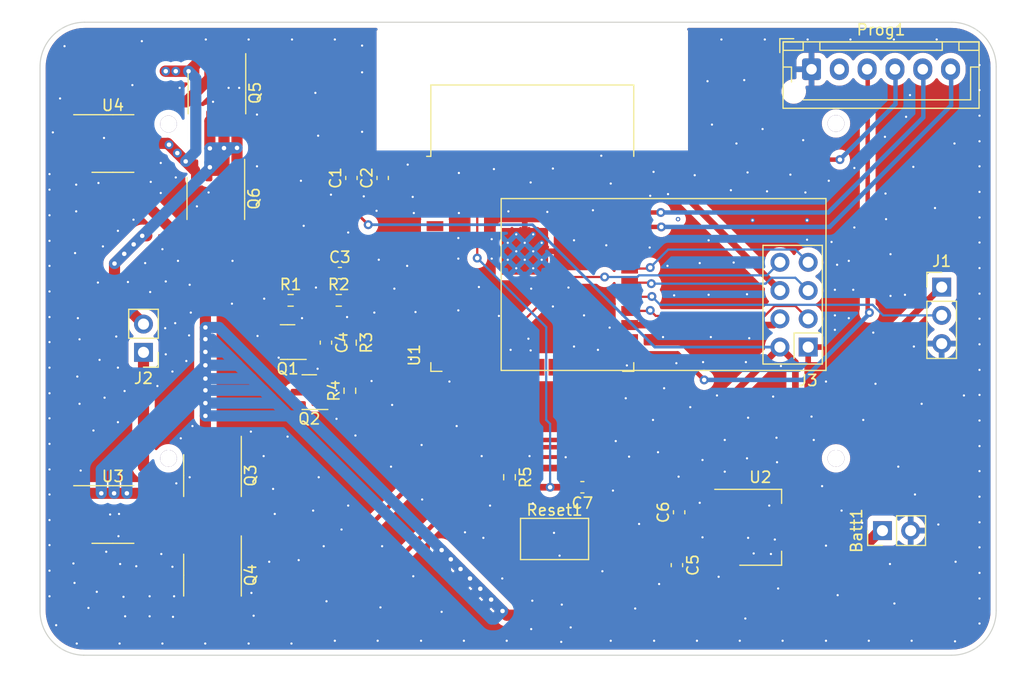
<source format=kicad_pcb>
(kicad_pcb (version 20211014) (generator pcbnew)
  (layers (0 "F.Cu" signal) (31 "B.Cu" signal) (34 "B.Paste" user) (35 "F.Paste" user) (36 "B.SilkS" user "B.Silkscreen") (37 "F.SilkS" user "F.Silkscreen") (38 "B.Mask" user) (39 "F.Mask" user) (44 "Edge.Cuts" user))
  (net 0 "")
  (net 1 "+BATT")
  (net 2 "GND")
  (net 3 "+3V3")
  (net 4 "/GPIO_34_mesure_VBus")
  (net 5 "VBUS")
  (net 6 "Net-(C4-Pad2)")
  (net 7 "/RST")
  (net 8 "/GPIO_5_direction")
  (net 9 "Net-(J2-Pad1)")
  (net 10 "Net-(J2-Pad2)")
  (net 11 "/CE")
  (net 12 "/CSN")
  (net 13 "/SCK")
  (net 14 "/MOSI")
  (net 15 "/MISO")
  (net 16 "/IRQ")
  (net 17 "/GPIO_0_boot_0")
  (net 18 "/Tx0_GPIO_1")
  (net 19 "/Rx0_GPIO_3")
  (net 20 "Net-(Q1-Pad3)")
  (net 21 "Net-(Q3-Pad1)")
  (net 22 "Net-(Q3-Pad4)")
  (net 24 "Net-(Q3-Pad6)")
  (net 25 "Net-(Q5-Pad1)")
  (net 26 "Net-(Q5-Pad4)")
  (net 32 "/GPIO_33_commande_mesure_batterie")
  (net 38 "SHD_SD2")
  (net 39 "SWP_SD3")
  (net 40 "SCS_CMD")
  (net 41 "SCK_CLK")
  (net 42 "SDO")
  (net 43 "SDI_SD1")
  (net 45 "/GPIO_2_mot1")
  (net 46 "/GPIO4_mot_2")
  (footprint "Resistor_SMD:R_0603_1608Metric" (layer "F.Cu") (at 95.9 71.375 90)
    (fp_text reference "R4")
    (fp_text value "1k")
  )
  (footprint "Button_Switch_SMD:SW_SPST_CK_RS282G05A3" (layer "F.Cu") (at 114.3 84.7)
    (fp_text reference "Reset1")
    (fp_text value "SW_Push")
  )
  (footprint "Package_TO_SOT_SMD:SOT-223-3_TabPin2" (layer "F.Cu") (at 132.8 83.65)
    (fp_text reference "U2")
    (fp_text value "AMS1117")
  )
  (footprint "Resistor_SMD:R_0603_1608Metric" (layer "F.Cu") (at 94.9 63.25)
    (fp_text reference "R2")
    (fp_text value "5.1k")
  )
  (footprint "RF_Module:ESP32-WROOM-32" (layer "F.Cu") (at 112.3 59.75)
    (fp_text reference "U1")
    (fp_text value "ESP32-WROOM-32")
  )
  (footprint "Package_SO:SOP-8_3.76x4.96mm_P1.27mm" (layer "F.Cu") (at 74.6 82.5)
    (fp_text reference "U3")
    (fp_text value "MCP1407-E/SN")
  )
  (footprint "Capacitor_SMD:C_0603_1608Metric" (layer "F.Cu") (at 98.85 52.25 90)
    (fp_text reference "C2")
    (fp_text value "22µf")
  )
  (footprint "Connector_JST:JST_XH_B6B-XH-AM_1x06_P2.50mm_Vertical" (layer "F.Cu") (at 137.4 42.475)
    (fp_text reference "Prog1")
    (fp_text value "Prog")
  )
  (footprint "Package_SO:SOP-8_3.76x4.96mm_P1.27mm" (layer "F.Cu") (at 83.55 79 -90)
    (fp_text reference "Q3")
    (fp_text value "FDS6681Z")
  )
  (footprint "Capacitor_SMD:C_0603_1608Metric" (layer "F.Cu") (at 95 60.8)
    (fp_text reference "C3")
    (fp_text value "0.1µf")
  )
  (footprint "Connector_PinHeader_2.54mm:PinHeader_1x02_P2.54mm_Vertical" (layer "F.Cu") (at 77.35 67.925 180)
    (fp_text reference "J2")
    (fp_text value "Moteur")
  )
  (footprint "Resistor_SMD:R_0603_1608Metric" (layer "F.Cu") (at 90.575 63.25)
    (fp_text reference "R1")
    (fp_text value "20k")
  )
  (footprint "Package_TO_SOT_SMD:SOT-23" (layer "F.Cu") (at 90.3 67 180)
    (fp_text reference "Q1")
    (fp_text value "Q_PMOS_GSD")
  )
  (footprint "Connector_PinHeader_2.54mm:PinHeader_1x03_P2.54mm_Vertical" (layer "F.Cu") (at 149.1 62.06)
    (fp_text reference "J1")
    (fp_text value "Servomoteur")
  )
  (footprint "Package_SO:SOP-8_3.76x4.96mm_P1.27mm" (layer "F.Cu") (at 74.6 49.15)
    (fp_text reference "U4")
    (fp_text value "MCP1407-E/SN")
  )
  (footprint "Package_SO:SOP-8_3.76x4.96mm_P1.27mm" (layer "F.Cu") (at 83.55 87.95 -90)
    (fp_text reference "Q4")
    (fp_text value "FDS6681Z")
  )
  (footprint "Capacitor_SMD:C_0603_1608Metric" (layer "F.Cu") (at 96.04 52.25 90)
    (fp_text reference "C1")
    (fp_text value "0.1µf")
  )
  (footprint "Connector_PinHeader_2.54mm:PinHeader_1x02_P2.54mm_Vertical" (layer "F.Cu") (at 143.775 83.95 90)
    (fp_text reference "Batt1")
    (fp_text value "Conn_01x02")
  )
  (footprint "Capacitor_SMD:C_0603_1608Metric" (layer "F.Cu") (at 125.3 87.05 -90)
    (fp_text reference "C5")
    (fp_text value "C")
  )
  (footprint "Package_SO:SOP-8_3.76x4.96mm_P1.27mm" (layer "F.Cu") (at 83.85 54.1 -90)
    (fp_text reference "Q6")
    (fp_text value "FDS6681Z")
  )
  (footprint "Capacitor_SMD:C_0603_1608Metric" (layer "F.Cu") (at 116.8 80.05 180)
    (fp_text reference "C7")
    (fp_text value "0.1µf")
  )
  (footprint "Capacitor_SMD:C_0603_1608Metric" (layer "F.Cu") (at 125.5 82.3 90)
    (fp_text reference "C6")
    (fp_text value "C")
  )
  (footprint "Resistor_SMD:R_0603_1608Metric" (layer "F.Cu") (at 110.25 79.15 -90)
    (fp_text reference "R5")
    (fp_text value "10k")
  )
  (footprint "Package_SO:SOP-8_3.76x4.96mm_P1.27mm" (layer "F.Cu") (at 83.95 44.6 -90)
    (fp_text reference "Q5")
    (fp_text value "FDS6681Z")
  )
  (footprint "Capacitor_SMD:C_0603_1608Metric" (layer "F.Cu") (at 93.75 67.05 -90)
    (fp_text reference "C4")
    (fp_text value "1nF")
  )
  (footprint "Resistor_SMD:R_0603_1608Metric" (layer "F.Cu") (at 95.95 67.05 -90)
    (fp_text reference "R3")
    (fp_text value "1k")
  )
  (footprint "RF_Module:nRF24L01_Breakout" (layer "F.Cu") (at 137.1 67.45 180)
    (fp_text reference "J3")
    (fp_text value "NRF24L01")
  )
  (footprint "Package_TO_SOT_SMD:SOT-23" (layer "F.Cu") (at 92.25 71.5 180)
    (fp_text reference "Q2")
    (fp_text value "Q_NPN_BEC")
  )
  (gr_line (start 72.05 38.25) (end 150 38.25) (layer "Edge.Cuts") (width 0.1))
  (gr_arc (start 68.05 42.25) (mid 69.221573 39.421573) (end 72.05 38.25) (layer "Edge.Cuts") (width 0.1))
  (gr_line (start 68.049688 91.15) (end 68.05 42.25) (layer "Edge.Cuts") (width 0.1))
  (gr_arc (start 150 38.25) (mid 152.828427 39.421573) (end 154 42.25) (layer "Edge.Cuts") (width 0.1))
  (gr_line (start 154 42.25) (end 154 91.15) (layer "Edge.Cuts") (width 0.1))
  (gr_arc (start 72 95.15) (mid 69.203729 93.960915) (end 68.049688 91.15) (layer "Edge.Cuts") (width 0.1))
  (gr_arc (start 154 91.15) (mid 152.828427 93.978427) (end 150 95.15) (layer "Edge.Cuts") (width 0.1))
  (gr_line (start 150 95.15) (end 71.95 95.15) (layer "Edge.Cuts") (width 0.1))
  (via (at 139.6 47.35) (size 1.5) (drill 1.5) (layers "F.Cu" "B.Cu") (net 0))
  (via (at 79.6 47.4) (size 1.5) (drill 1.5) (layers "F.Cu" "B.Cu") (net 0))
  (via (at 139.6 77.45) (size 1.5) (drill 1.5) (layers "F.Cu" "B.Cu") (net 0))
  (via (at 125.4 55.95) (size 0.4) (drill 0.2) (layers "F.Cu" "B.Cu") (net 0))
  (via (at 79.6 77.45) (size 1.5) (drill 1.5) (layers "F.Cu" "B.Cu") (net 0))
  (segment (start 143.775 83.95) (end 143.55 83.95) (width 1) (layer "F.Cu") (net 1))
  (segment (start 105.85 87.4) (end 104.975 86.525) (width 1) (layer "F.Cu") (net 1))
  (segment (start 125.3 86.275) (end 129.325 86.275) (width 0.6) (layer "F.Cu") (net 1))
  (segment (start 74.705 80.595) (end 73.555 80.595) (width 1) (layer "F.Cu") (net 1))
  (segment (start 82.915 69.085) (end 82.915 67.885) (width 1) (layer "F.Cu") (net 1))
  (segment (start 73.555 80.595) (end 72.0625 80.595) (width 1) (layer "F.Cu") (net 1))
  (segment (start 129.65 85.95) (end 123.25 85.95) (width 1) (layer "F.Cu") (net 1))
  (segment (start 143.55 83.95) (end 140.2 87.3) (width 1) (layer "F.Cu") (net 1))
  (segment (start 81.2 45.4) (end 78 45.4) (width 1) (layer "F.Cu") (net 1))
  (segment (start 123.25 85.95) (end 117.65 91.55) (width 1) (layer "F.Cu") (net 1))
  (segment (start 75.055 52.079759) (end 75.055 47.195) (width 1) (layer "F.Cu") (net 1))
  (segment (start 110 91.55) (end 109.625 91.175) (width 1) (layer "F.Cu") (net 1))
  (segment (start 104.975 86.525) (end 104.15 85.7) (width 1) (layer "F.Cu") (net 1))
  (segment (start 109.625 91.175) (end 108.6 90.15) (width 1) (layer "F.Cu") (net 1))
  (segment (start 117.65 91.55) (end 110 91.55) (width 1) (layer "F.Cu") (net 1))
  (segment (start 83.315 43.285) (end 81.2 45.4) (width 1) (layer "F.Cu") (net 1))
  (segment (start 82.915 73.635) (end 82.915 72.485) (width 1) (layer "F.Cu") (net 1))
  (segment (start 75.055 47.195) (end 72.8125 47.195) (width 1) (layer "F.Cu") (net 1))
  (segment (start 77.1375 80.595) (end 75.855 80.595) (width 1) (layer "F.Cu") (net 1))
  (segment (start 140.2 87.3) (end 131 87.3) (width 1) (layer "F.Cu") (net 1))
  (segment (start 82.915 76.4625) (end 82.915 73.635) (width 1) (layer "F.Cu") (net 1))
  (segment (start 108.6 90.15) (end 107.625 89.175) (width 1) (layer "F.Cu") (net 1))
  (segment (start 82.915 71.335) (end 82.915 70.285) (width 1) (layer "F.Cu") (net 1))
  (segment (start 83.315 42.0625) (end 83.315 43.285) (width 1) (layer "F.Cu") (net 1))
  (segment (start 107.625 89.175) (end 106.7 88.25) (width 1) (layer "F.Cu") (net 1))
  (segment (start 106.7 88.25) (end 105.85 87.4) (width 1) (layer "F.Cu") (net 1))
  (segment (start 76.205 47.195) (end 77.0875 47.195) (width 1) (layer "F.Cu") (net 1))
  (segment (start 129.325 86.275) (end 129.65 85.95) (width 0.6) (layer "F.Cu") (net 1))
  (segment (start 75.055 47.195) (end 76.205 47.195) (width 1) (layer "F.Cu") (net 1))
  (segment (start 77.0875 47.195) (end 77.1375 47.245) (width 1) (layer "F.Cu") (net 1))
  (segment (start 82.915 65.685) (end 82.915 59.939759) (width 1) (layer "F.Cu") (net 1))
  (segment (start 104.15 85.7) (end 104.1 85.65) (width 1) (layer "F.Cu") (net 1))
  (segment (start 82.915 67.885) (end 82.915 66.735) (width 1) (layer "F.Cu") (net 1))
  (segment (start 82.915 66.735) (end 82.915 65.685) (width 1) (layer "F.Cu") (net 1))
  (segment (start 75.855 80.595) (end 74.705 80.595) (width 1) (layer "F.Cu") (net 1))
  (segment (start 131 87.3) (end 129.65 85.95) (width 1) (layer "F.Cu") (net 1))
  (segment (start 78 45.4) (end 76.205 47.195) (width 1) (layer "F.Cu") (net 1))
  (segment (start 82.915 59.939759) (end 75.055 52.079759) (width 1) (layer "F.Cu") (net 1))
  (segment (start 82.915 70.285) (end 82.915 69.085) (width 1) (layer "F.Cu") (net 1))
  (segment (start 82.915 72.485) (end 82.915 71.335) (width 1) (layer "F.Cu") (net 1))
  (via (at 82.915 65.685) (size 0.8) (drill 0.4) (layers "F.Cu" "B.Cu") (net 1))
  (via (at 82.915 72.485) (size 0.8) (drill 0.4) (layers "F.Cu" "B.Cu") (net 1))
  (via (at 104.975 86.525) (size 0.8) (drill 0.4) (layers "F.Cu" "B.Cu") (net 1))
  (via (at 107.625 89.175) (size 0.8) (drill 0.4) (layers "F.Cu" "B.Cu") (net 1))
  (via (at 108.6 90.15) (size 0.8) (drill 0.4) (layers "F.Cu" "B.Cu") (net 1))
  (via (at 109.625 91.175) (size 0.8) (drill 0.4) (layers "F.Cu" "B.Cu") (net 1))
  (via (at 75.855 80.595) (size 0.8) (drill 0.4) (layers "F.Cu" "B.Cu") (net 1))
  (via (at 82.915 71.335) (size 0.8) (drill 0.4) (layers "F.Cu" "B.Cu") (net 1))
  (via (at 82.915 67.885) (size 0.8) (drill 0.4) (layers "F.Cu" "B.Cu") (net 1))
  (via (at 82.915 66.735) (size 0.8) (drill 0.4) (layers "F.Cu" "B.Cu") (net 1))
  (via (at 104.15 85.7) (size 0.8) (drill 0.4) (layers "F.Cu" "B.Cu") (net 1))
  (via (at 105.85 87.4) (size 0.8) (drill 0.4) (layers "F.Cu" "B.Cu") (net 1))
  (via (at 74.705 80.595) (size 0.8) (drill 0.4) (layers "F.Cu" "B.Cu") (net 1))
  (via (at 82.915 73.635) (size 0.8) (drill 0.4) (layers "F.Cu" "B.Cu") (net 1))
  (via (at 82.915 69.085) (size 0.8) (drill 0.4) (layers "F.Cu" "B.Cu") (net 1))
  (via (at 106.7 88.25) (size 0.8) (drill 0.4) (layers "F.Cu" "B.Cu") (net 1))
  (via (at 82.915 70.285) (size 0.8) (drill 0.4) (layers "F.Cu" "B.Cu") (net 1))
  (via (at 73.555 80.595) (size 0.8) (drill 0.4) (layers "F.Cu" "B.Cu") (net 1))
  (segment (start 84.135 65.685) (end 97.1 78.65) (width 1) (layer "B.Cu") (net 1))
  (segment (start 107.725 90.975) (end 108.65 91.9) (width 1) (layer "B.Cu") (net 1))
  (segment (start 104.975 86.525) (end 104.5 87) (width 1) (layer "B.Cu") (net 1))
  (segment (start 73.555 80.595) (end 73.555 78.445) (width 1) (layer "B.Cu") (net 1))
  (segment (start 104.5 87) (end 104.5 87.75) (width 1) (layer "B.Cu") (net 1))
  (segment (start 82.915 71.335) (end 88.085 71.335) (width 1) (layer "B.Cu") (net 1))
  (segment (start 73.555 78.445) (end 82.915 69.085) (width 1) (layer "B.Cu") (net 1))
  (segment (start 74.705 80.595) (end 74.705 78.495) (width 1) (layer "B.Cu") (net 1))
  (segment (start 84.635 67.885) (end 85.8 69.05) (width 1) (layer "B.Cu") (net 1))
  (segment (start 75.855 80.595) (end 75.855 78.395) (width 1) (layer "B.Cu") (net 1))
  (segment (start 82.915 72.485) (end 89.235 72.485) (width 1) (layer "B.Cu") (net 1))
  (segment (start 108.6 90.15) (end 107.775 90.975) (width 1) (layer "B.Cu") (net 1))
  (segment (start 103.85 86) (end 103.85 87.1) (width 1) (layer "B.Cu") (net 1))
  (segment (start 106.9 90.15) (end 107.725 90.975) (width 1) (layer "B.Cu") (net 1))
  (segment (start 87.075 70.325) (end 88.825 72.075) (width 1) (layer "B.Cu") (net 1))
  (segment (start 106.9 89.9) (end 106.9 90.15) (width 1) (layer "B.Cu") (net 1))
  (segment (start 88.085 71.335) (end 88.825 72.075) (width 1) (layer "B.Cu") (net 1))
  (segment (start 107.625 89.175) (end 106.9 89.9) (width 1) (layer "B.Cu") (net 1))
  (segment (start 97.1 78.65) (end 92.085 73.635) (width 1) (layer "B.Cu") (net 1))
  (segment (start 82.915 65.685) (end 82.915 73.635) (width 1) (layer "B.Cu") (net 1))
  (segment (start 105.875 89.125) (end 106.9 90.15) (width 1) (layer "B.Cu") (net 1))
  (segment (start 89.235 72.485) (end 90 73.25) (width 1) (layer "B.Cu") (net 1))
  (segment (start 103.85 87.1) (end 104.5 87.75) (width 1) (layer "B.Cu") (net 1))
  (segment (start 85.8 69.05) (end 87.075 70.325) (width 1) (layer "B.Cu") (net 1))
  (segment (start 82.915 67.885) (end 84.635 67.885) (width 1) (layer "B.Cu") (net 1))
  (segment (start 106.7 88.25) (end 105.875 89.075) (width 1) (layer "B.Cu") (net 1))
  (segment (start 82.915 65.685) (end 84.135 65.685) (width 1) (layer "B.Cu") (net 1))
  (segment (start 82.915 69.085) (end 85.765 69.085) (width 1) (layer "B.Cu") (net 1))
  (segment (start 105.85 87.4) (end 105.85 87.75) (width 1) (layer "B.Cu") (net 1))
  (segment (start 82.915 66.735) (end 83.485 66.735) (width 1) (layer "B.Cu") (net 1))
  (segment (start 109.625 91.175) (end 97.1 78.65) (width 1) (layer "B.Cu") (net 1))
  (segment (start 88.825 72.075) (end 90 73.25) (width 1) (layer "B.Cu") (net 1))
  (segment (start 82.915 70.285) (end 87.035 70.285) (width 1) (layer "B.Cu") (net 1))
  (segment (start 105.85 87.75) (end 105.175 88.425) (width 1) (layer "B.Cu") (net 1))
  (segment (start 107.775 90.975) (end 107.725 90.975) (width 1) (layer "B.Cu") (net 1))
  (segment (start 83.485 66.735) (end 85.8 69.05) (width 1) (layer "B.Cu") (net 1))
  (segment (start 87.035 70.285) (end 87.075 70.325) (width 1) (layer "B.Cu") (net 1))
  (segment (start 85.765 69.085) (end 85.8 69.05) (width 1) (layer "B.Cu") (net 1))
  (segment (start 74.705 78.495) (end 82.915 70.285) (width 1) (layer "B.Cu") (net 1))
  (segment (start 108.9 91.9) (end 109.625 91.175) (width 1) (layer "B.Cu") (net 1))
  (segment (start 82.915 72.485) (end 82.815 72.485) (width 1) (layer "B.Cu") (net 1))
  (segment (start 104.15 85.7) (end 103.85 86) (width 1) (layer "B.Cu") (net 1))
  (segment (start 90 73.25) (end 103.85 87.1) (width 1) (layer "B.Cu") (net 1))
  (segment (start 108.65 91.9) (end 108.9 91.9) (width 1) (layer "B.Cu") (net 1))
  (segment (start 105.175 88.425) (end 105.875 89.125) (width 1) (layer "B.Cu") (net 1))
  (segment (start 104.5 87.75) (end 105.175 88.425) (width 1) (layer "B.Cu") (net 1))
  (segment (start 105.875 89.075) (end 105.875 89.125) (width 1) (layer "B.Cu") (net 1))
  (segment (start 75.855 78.395) (end 82.915 71.335) (width 1) (layer "B.Cu") (net 1))
  (segment (start 92.085 73.635) (end 82.915 73.635) (width 1) (layer "B.Cu") (net 1))
  (segment (start 96.04 51.475) (end 96.065 51.5) (width 0.25) (layer "F.Cu") (net 2))
  (segment (start 96.065 51.5) (end 103.55 51.5) (width 0.25) (layer "F.Cu") (net 2))
  (via (at 131.5 68.8) (size 0.4) (drill 0.2) (layers "F.Cu" "B.Cu") (net 2))
  (via (at 85.95 44.15) (size 0.4) (drill 0.2) (layers "F.Cu" "B.Cu") (net 2))
  (via (at 111.95 66.7) (size 0.4) (drill 0.2) (layers "F.Cu" "B.Cu") (net 2))
  (via (at 130.4 59.85) (size 0.4) (drill 0.2) (layers "F.Cu" "B.Cu") (net 2))
  (via (at 98.5 59.6) (size 0.4) (drill 0.2) (layers "F.Cu" "B.Cu") (net 2))
  (via (at 75.05 69.3) (size 0.4) (drill 0.2) (layers "F.Cu" "B.Cu") (net 2))
  (via (at 87 75.05) (size 0.4) (drill 0.2) (layers "F.Cu" "B.Cu") (net 2))
  (via (at 152.5 90.05) (size 0.4) (drill 0.2) (layers "F.Cu" "B.Cu") (net 2))
  (via (at 87.55 51.2) (size 0.4) (drill 0.2) (layers "F.Cu" "B.Cu") (net 2))
  (via (at 110.35 67.7) (size 0.4) (drill 0.2) (layers "F.Cu" "B.Cu") (net 2))
  (via (at 79.95 87.2) (size 0.4) (drill 0.2) (layers "F.Cu" "B.Cu") (net 2))
  (via (at 73.4 68.6) (size 0.4) (drill 0.2) (layers "F.Cu" "B.Cu") (net 2))
  (via (at 105.65 64.15) (size 0.4) (drill 0.2) (layers "F.Cu" "B.Cu") (net 2))
  (via (at 123.2 51.7) (size 0.4) (drill 0.2) (layers "F.Cu" "B.Cu") (net 2))
  (via (at 97 40.35) (size 0.4) (drill 0.2) (layers "F.Cu" "B.Cu") (net 2))
  (via (at 117.75 55.15) (size 0.4) (drill 0.2) (layers "F.Cu" "B.Cu") (net 2))
  (via (at 79.35 61.55) (size 0.4) (drill 0.2) (layers "F.Cu" "B.Cu") (net 2))
  (via (at 90.65 94.1) (size 0.4) (drill 0.2) (layers "F.Cu" "B.Cu") (net 2))
  (via (at 114.15 51.4) (size 0.4) (drill 0.2) (layers "F.Cu" "B.Cu") (net 2))
  (via (at 146.6 67.4) (size 0.4) (drill 0.2) (layers "F.Cu" "B.Cu") (net 2))
  (via (at 101.55 53.95) (size 0.4) (drill 0.2) (layers "F.Cu" "B.Cu") (net 2))
  (via (at 137.4 73.7) (size 0.4) (drill 0.2) (layers "F.Cu" "B.Cu") (net 2))
  (via (at 72.85 74.95) (size 0.4) (drill 0.2) (layers "F.Cu" "B.Cu") (net 2))
  (via (at 118.95 58.3) (size 0.4) (drill 0.2) (layers "F.Cu" "B.Cu") (net 2))
  (via (at 96.4 75.4) (size 0.4) (drill 0.2) (layers "F.Cu" "B.Cu") (net 2))
  (via (at 138.7 93.85) (size 0.4) (drill 0.2) (layers "F.Cu" "B.Cu") (net 2))
  (via (at 93.55 85.35) (size 0.4) (drill 0.2) (layers "F.Cu" "B.Cu") (net 2))
  (via (at 71.2 59) (size 0.4) (drill 0.2) (layers "F.Cu" "B.Cu") (net 2))
  (via (at 139.5 64.6) (size 0.4) (drill 0.2) (layers "F.Cu" "B.Cu") (net 2))
  (via (at 98.8 85.35) (size 0.4) (drill 0.2) (layers "F.Cu" "B.Cu") (net 2))
  (via (at 75.05 74.2) (size 0.4) (drill 0.2) (layers "F.Cu" "B.Cu") (net 2))
  (via (at 152.5 78.6) (size 0.4) (drill 0.2) (layers "F.Cu" "B.Cu") (net 2))
  (via (at 81.45 66.4) (size 0.4) (drill 0.2) (layers "F.Cu" "B.Cu") (net 2))
  (via (at 80.25 52.2) (size 0.4) (drill 0.2) (layers "F.Cu" "B.Cu") (net 2))
  (via (at 114.95 90.6) (size 0.4) (drill 0.2) (layers "F.Cu" "B.Cu") (net 2))
  (via (at 73.8 48.65) (size 0.4) (drill 0.2) (layers "F.Cu" "B.Cu") (net 2))
  (via (at 125.25 68.9) (size 0.4) (drill 0.2) (layers "F.Cu" "B.Cu") (net 2))
  (via (at 121.9 83.35) (size 0.4) (drill 0.2) (layers "F.Cu" "B.Cu") (net 2))
  (via (at 68.9 62.45) (size 0.4) (drill 0.2) (layers "F.Cu" "B.Cu") (net 2))
  (via (at 129.6 78.65) (size 0.4) (drill 0.2) (layers "F.Cu" "B.Cu") (net 2))
  (via (at 79.05 94.1) (size 0.4) (drill 0.2) (layers "F.Cu" "B.Cu") (net 2))
  (via (at 81.2 68.7) (size 0.4) (drill 0.2) (layers "F.Cu" "B.Cu") (net 2))
  (via (at 142.95 66.15) (size 0.4) (drill 0.2) (layers "F.Cu" "B.Cu") (net 2))
  (via (at 145.9 46.75) (size 0.4) (drill 0.2) (layers "F.Cu" "B.Cu") (net 2))
  (via (at 77.95 62.5) (size 0.4) (drill 0.2) (layers "F.Cu" "B.Cu") (net 2))
  (via (at 138.95 52.5) (size 0.4) (drill 0.2) (layers "F.Cu" "B.Cu") (net 2))
  (via (at 71.3 52.85) (size 0.4) (drill 0.2) (layers "F.Cu" "B.Cu") (net 2))
  (via (at 73.85 72) (size 0.4) (drill 0.2) (layers "F.Cu" "B.Cu") (net 2))
  (via (at 77.9 89.85) (size 0.4) (drill 0.2) (layers "F.Cu" "B.Cu") (net 2))
  (via (at 152.5 85.45) (size 0.4) (drill 0.2) (layers "F.Cu" "B.Cu") (net 2))
  (via (at 69.2 48.15) (size 0.4) (drill 0.2) (layers "F.Cu" "B.Cu") (net 2))
  (via (at 141.25 51.35) (size 0.4) (drill 0.2) (layers "F.Cu" "B.Cu") (net 2))
  (via (at 123.7 88.75) (size 0.4) (drill 0.2) (layers "F.Cu" "B.Cu") (net 2))
  (via (at 127.65 68.8) (size 0.4) (drill 0.2) (layers "F.Cu" "B.Cu") (net 2))
  (via (at 97.15 53.9) (size 0.4) (drill 0.2) (layers "F.Cu" "B.Cu") (net 2))
  (via (at 81.6 64.35) (size 0.4) (drill 0.2) (layers "F.Cu" "B.Cu") (net 2))
  (via (at 142.55 93.85) (size 0.4) (drill 0.2) (layers "F.Cu" "B.Cu") (net 2))
  (via (at 118.6 87.6) (size 0.4) (drill 0.2) (layers "F.Cu" "B.Cu") (net 2))
  (via (at 148.8 83.4) (size 0.4) (drill 0.2) (layers "F.Cu" "B.Cu") (net 2))
  (via (at 93.8 90.3) (size 0.4) (drill 0.2) (layers "F.Cu" "B.Cu") (net 2))
  (via (at 152.5 58.05) (size 0.4) (drill 0.2) (layers "F.Cu" "B.Cu") (net 2))
  (via (at 101.65 55.4) (size 0.4) (drill 0.2) (layers "F.Cu" "B.Cu") (net 2))
  (via (at 140.1 82.15) (size 0.4) (drill 0.2) (layers "F.Cu" "B.Cu") (net 2))
  (via (at 129.05 88.1) (size 0.4) (drill 0.2) (layers "F.Cu" "B.Cu") (net 2))
  (via (at 152.5 51.2) (size 0.4) (drill 0.2) (layers "F.Cu" "B.Cu") (net 2))
  (via (at 81.5 61.85) (size 0.4) (drill 0.2) (layers "F.Cu" "B.Cu") (net 2))
  (via (at 68.9 76.15) (size 0.4) (drill 0.2) (layers "F.Cu" "B.Cu") (net 2))
  (via (at 75.7 91.65) (size 0.4) (drill 0.2) (layers "F.Cu" "B.Cu") (net 2))
  (via (at 97.85 70.5) (size 0.4) (drill 0.2) (layers "F.Cu" "B.Cu") (net 2))
  (via (at 94.55 93.85) (size 0.4) (drill 0.2) (layers "F.Cu" "B.Cu") (net 2))
  (via (at 89 80.2) (size 0.4) (drill 0.2) (layers "F.Cu" "B.Cu") (net 2))
  (via (at 112.2 92.8) (size 0.4) (drill 0.2) (layers "F.Cu" "B.Cu") (net 2))
  (via (at 116.05 67.4) (size 0.4) (drill 0.2) (layers "F.Cu" "B.Cu") (net 2))
  (via (at 105.65 57.65) (size 0.4) (drill 0.2) (layers "F.Cu" "B.Cu") (net 2))
  (via (at 73.15 89.45) (size 0.4) (drill 0.2) (layers "F.Cu" "B.Cu") (net 2))
  (via (at 105.7 55.4) (size 0.4) (drill 0.2) (layers "F.Cu" "B.Cu") (net 2))
  (via (at 86.8 39.8) (size 0.4) (drill 0.2) (layers "F.Cu" "B.Cu") (net 2))
  (via (at 152.5 53.5) (size 0.4) (drill 0.2) (layers "F.Cu" "B.Cu") (net 2))
  (via (at 123.25 93.85) (size 0.4) (drill 0.2) (layers "F.Cu" "B.Cu") (net 2))
  (via (at 68.9 67) (size 0.4) (drill 0.2) (layers "F.Cu" "B.Cu") (net 2))
  (via (at 114.15 63.8) (size 0.4) (drill 0.2) (layers "F.Cu" "B.Cu") (net 2))
  (via (at 95.15 83.85) (size 0.4) (drill 0.2) (layers "F.Cu" "B.Cu") (net 2))
  (via (at 134.3 77.8) (size 0.4) (drill 0.2) (layers "F.Cu" "B.Cu") (net 2))
  (via (at 141.15 62.3) (size 0.4) (drill 0.2) (layers "F.Cu" "B.Cu") (net 2))
  (via (at 85.35 59.7) (size 0.4) (drill 0.2) (layers "F.Cu" "B.Cu") (net 2))
  (via (at 127.1 93.85) (size 0.4) (drill 0.2) (layers "F.Cu" "B.Cu") (net 2))
  (via (at 105.7 51.8) (size 0.4) (drill 0.2) (layers "F.Cu" "B.Cu") (net 2))
  (via (at 152.5 92.3) (size 0.4) (drill 0.2) (layers "F.Cu" "B.Cu") (net 2))
  (via (at 140.75 59.7) (size 0.4) (drill 0.2) (layers "F.Cu" "B.Cu") (net 2))
  (via (at 130.95 93.85) (size 0.4) (drill 0.2) (layers "F.Cu" "B.Cu") (net 2))
  (via (at 75.05 57) (size 0.4) (drill 0.2) (layers "F.Cu" "B.Cu") (net 2))
  (via (at 127.6 77.6) (size 0.4) (drill 0.2) (layers "F.Cu" "B.Cu") (net 2))
  (via (at 93.05 48.45) (size 0.4) (drill 0.2) (layers "F.Cu" "B.Cu") (net 2))
  (via (at 131.45 91.85) (size 0.4) (drill 0.2) (layers "F.Cu" "B.Cu") (net 2))
  (via (at 135.5 51.95) (size 0.4) (drill 0.2) (layers "F.Cu" "B.Cu") (net 2))
  (via (at 99.7 72.65) (size 0.4) (drill 0.2) (layers "F.Cu" "B.Cu") (net 2))
  (via (at 82.15 54.8) (size 0.4) (drill 0.2) (layers "F.Cu" "B.Cu") (net 2))
  (via (at 77.2 39.95) (size 0.4) (drill 0.2) (layers "F.Cu" "B.Cu") (net 2))
  (via (at 151.1 71.8) (size 0.4) (drill 0.2) (layers "F.Cu" "B.Cu") (net 2))
  (via (at 72.4 90.9) (size 0.4) (drill 0.2) (layers "F.Cu" "B.Cu") (net 2))
  (via (at 68.9 80.7) (size 0.4) (drill 0.2) (layers "F.Cu" "B.Cu") (net 2))
  (via (at 122.85 58.5) (size 0.4) (drill 0.2) (layers "F.Cu" "B.Cu") (net 2))
  (via (at 113.65 55.3) (size 0.4) (drill 0.2) (layers "F.Cu" "B.Cu") (net 2))
  (via (at 68.9 89.85) (size 0.4) (drill 0.2) (layers "F.Cu" "B.Cu") (net 2))
  (via (at 141.95 83.25) (size 0.4) (drill 0.2) (layers "F.Cu" "B.Cu") (net 2))
  (via (at 134.8 93.85) (size 0.4) (drill 0.2) (layers "F.Cu" "B.Cu") (net 2))
  (via (at 87.6 66.45) (size 0.4) (drill 0.2) (layers "F.Cu" "B.Cu") (net 2))
  (via (at 95.65 64.75) (size 0.4) (drill 0.2) (layers "F.Cu" "B.Cu") (net 2))
  (via (at 87.25 91.6) (size 0.4) (drill 0.2) (layers "F.Cu" "B.Cu") (net 2))
  (via (at 91.75 56.55) (size 0.4) (drill 0.2) (layers "F.Cu" "B.Cu") (net 2))
  (via (at 80.3 79.7) (size 0.4) (drill 0.2) (layers "F.Cu" "B.Cu") (net 2))
  (via (at 140.9 39.8) (size 0.4) (drill 0.2) (layers "F.Cu" "B.Cu") (net 2))
  (via (at 144.45 86.95) (size 0.4) (drill 0.2) (layers "F.Cu" "B.Cu") (net 2))
  (via (at 123.6 76.9) (size 0.4) (drill 0.2) (layers "F.Cu" "B.Cu") (net 2))
  (via (at 101.6 88.05) (size 0.4) (drill 0.2) (layers "F.Cu" "B.Cu") (net 2))
  (via (at 104.85 70.55) (size 0.4) (drill 0.2) (layers "F.Cu" "B.Cu") (net 2))
  (via (at 80.2 65.3) (size 0.4) (drill 0.2) (layers "F.Cu" "B.Cu") (net 2))
  (via (at 115.3 77.35) (size 0.4) (drill 0.2) (layers "F.Cu" "B.Cu") (net 2))
  (via (at 127.6 84.55) (size 0.4) (drill 0.2) (layers "F.Cu" "B.Cu") (net 2))
  (via (at 152.5 42.1) (size 0.4) (drill 0.2) (layers "F.Cu" "B.Cu") (net 2))
  (via (at 71.05 86.9) (size 0.4) (drill 0.2) (layers "F.Cu" "B.Cu") (net 2))
  (via (at 143.15 70.75) (size 0.4) (drill 0.2) (layers "F.Cu" "B.Cu") (net 2))
  (via (at 101.8 64.3) (size 0.4) (drill 0.2) (layers "F.Cu" "B.Cu") (net 2))
  (via (at 78.9 50.9) (size 0.4) (drill 0.2) (layers "F.Cu" "B.Cu") (net 2))
  (via (at 144.05 53.65) (size 0.4) (drill 0.2) (layers "F.Cu" "B.Cu") (net 2))
  (via (at 101.05 60.15) (size 0.4) (drill 0.2) (layers "F.Cu" "B.Cu") (net 2))
  (via (at 77.9 91.65) (size 0.4) (drill 0.2) (layers "F.Cu" "B.Cu") (net 2))
  (via (at 112.35 81.5) (size 0.4) (drill 0.2) (layers "F.Cu" "B.Cu") (net 2))
  (via (at 68.9 87.55) (size 0.4) (drill 0.2) (layers "F.Cu" "B.Cu") (net 2))
  (via (at 74.35 82.5) (size 0.4) (drill 0.2) (layers "F.Cu" "B.Cu") (net 2))
  (via (at 109.6 88.25) (size 0.4) (drill 0.2) (layers "F.Cu" "B.Cu") (net 2))
  (via (at 79.05 58.65) (size 0.4) (drill 0.2) (layers "F.Cu" "B.Cu") (net 2))
  (via (at 144.85 90.5) (size 0.4) (drill 0.2) (layers "F.Cu" "B.Cu") (net 2))
  (via (at 75.1 84.45) (size 0.4) (drill 0.2) (layers "F.Cu" "B.Cu") (net 2))
  (via (at 68.9 78.45) (size 0.4) (drill 0.2) (layers "F.Cu" "B.Cu") (net 2))
  (via (at 102.35 76.25) (size 0.4) (drill 0.2) (layers "F.Cu" "B.Cu") (net 2))
  (via (at 130.15 53.35) (size 0.4) (drill 0.2) (layers "F.Cu" "B.Cu") (net 2))
  (via (at 128.15 57.85) (size 0.4) (drill 0.2) (layers "F.Cu" "B.Cu") (net 2))
  (via (at 92.6 82.15) (size 0.4) (drill 0.2) (layers "F.Cu" "B.Cu") (net 2))
  (via (at 68.9 57.9) (size 0.4) (drill 0.2) (layers "F.Cu" "B.Cu") (net 2))
  (via (at 108.65 57.75) (size 0.4) (drill 0.2) (layers "F.Cu" "B.Cu") (net 2))
  (via (at 88.2 63.1) (size 0.4) (drill 0.2) (layers "F.Cu" "B.Cu") (net 2))
  (via (at 128.45 47.45) (size 0.4) (drill 0.2) (layers "F.Cu" "B.Cu") (net 2))
  (via (at 106.15 93.85) (size 0.4) (drill 0.2) (layers "F.Cu" "B.Cu") (net 2))
  (via (at 152.5 80.9) (size 0.4) (drill 0.2) (layers "F.Cu" "B.Cu") (net 2))
  (via (at 121.55 90.95) (size 0.4) (drill 0.2) (layers "F.Cu" "B.Cu") (net 2))
  (via (at 79.3 65.75) (size 0.4) (drill 0.2) (layers "F.Cu" "B.Cu") (net 2))
  (via (at 76.35 43.9) (size 0.4) (drill 0.2) (layers "F.Cu" "B.Cu") (net 2))
  (via (at 73.7 58.4) (size 0.4) (drill 0.2) (layers "F.Cu" "B.Cu") (net 2))
  (via (at 137 56.05) (size 0.4) (drill 0.2) (layers "F.Cu" "B.Cu") (net 2))
  (via (at 120.8 69.1) (size 0.4) (drill 0.2) (layers "F.Cu" "B.Cu") (net 2))
  (via (at 152.5 71.75) (size 0.4) (drill 0.2) (layers "F.Cu" "B.Cu") (net 2))
  (via (at 79.35 68.1) (size 0.4) (drill 0.2) (layers "F.Cu" "B.Cu") (net 2))
  (via (at 142.05 74) (size 0.4) (drill 0.2) (layers "F.Cu" "B.Cu") (net 2))
  (via (at 118.2 67.7) (size 0.4) (drill 0.2) (layers "F.Cu" "B.Cu") (net 2))
  (via (at 146.25 44.8) (size 0.4) (drill 0.2) (layers "F.Cu" "B.Cu") (net 2))
  (via (at 68.9 60.15) (size 0.4) (drill 0.2) (layers "F.Cu" "B.Cu") (net 2))
  (via (at 74.9 66.5) (size 0.4) (drill 0.2) (layers "F.Cu" "B.Cu") (net 2))
  (via (at 68.9 69.3) (size 0.4) (drill 0.2) (layers "F.Cu" "B.Cu") (net 2))
  (via (at 81.5 79.15) (size 0.4) (drill 0.2) (layers "F.Cu" "B.Cu") (net 2))
  (via (at 116.95 64.6) (size 0.4) (drill 0.2) (layers "F.Cu" "B.Cu") (net 2))
  (via (at 69.85 45.1) (size 0.4) (drill 0.2) (layers "F.Cu" "B.Cu") (net 2))
  (via (at 148.65 39.8) (size 0.4) (drill 0.2) (layers "F.Cu" "B.Cu") (net 2))
  (via (at 133 47.85) (size 0.4) (drill 0.2) (layers "F.Cu" "B.Cu") (net 2))
  (via (at 136.85 53.55) (size 0.4) (drill 0.2) (layers "F.Cu" "B.Cu") (net 2))
  (via (at 131.35 43.45) (size 0.4) (drill 0.2) (layers "F.Cu" "B.Cu") (net 2))
  (via (at 74 85.85) (size 0.4) (drill 0.2) (layers "F.Cu" "B.Cu") (net 2))
  (via (at 68.9 85.25) (size 0.4) (drill 0.2) (layers "F.Cu" "B.Cu") (net 2))
  (via (at 71.3 55.25) (size 0.4) (drill 0.2) (layers "F.Cu" "B.Cu") (net 2))
  (via (at 134.4 89.15) (size 0.4) (drill 0.2) (layers "F.Cu" "B.Cu") (net 2))
  (via (at 71.45 64.85) (size 0.4) (drill 0.2) (layers "F.Cu" "B.Cu") (net 2))
  (via (at 125.45 79.1) (size 0.4) (drill 0.2) (layers "F.Cu" "B.Cu") (net 2))
  (via (at 80.7 75.65) (size 0.4) (drill 0.2) (layers "F.Cu" "B.Cu") (net 2))
  (via (at 107.5 62.05) (size 0.4) (drill 0.2) (layers "F.Cu" "B.Cu") (net 2))
  (via (at 109.3 64.65) (size 0.4) (drill 0.2) (layers "F.Cu" "B.Cu") (net 2))
  (via (at 131.6 77.45) (size 0.4) (drill 0.2) (layers "F.Cu" "B.Cu") (net 2))
  (via (at 112.05 77.25) (size 0.4) (drill 0.2) (layers "F.Cu" "B.Cu") (net 2))
  (via (at 119.55 80.35) (size 0.4) (drill 0.2) (layers "F.Cu" "B.Cu") (net 2))
  (via (at 125.05 62.8) (size 0.4) (drill 0.2) (layers "F.Cu" "B.Cu") (net 2))
  (via (at 75.25 86.95) (size 0.4) (drill 0.2) (layers "F.Cu" "B.Cu") (net 2))
  (via (at 108.85 51.45) (size 0.4) (drill 0.2) (layers "F.Cu" "B.Cu") (net 2))
  (via (at 108.5 81.7) (size 0.4) (drill 0.2) (layers "F.Cu" "B.Cu") (net 2))
  (via (at 129.3 39.8) (size 0.4) (drill 0.2) (layers "F.Cu" "B.Cu") (net 2))
  (via (at 139.5 62.3) (size 0.4) (drill 0.2) (layers "F.Cu" "B.Cu") (net 2))
  (via (at 124.5 53.7) (size 0.4) (drill 0.2) (layers "F.Cu" "B.Cu") (net 2))
  (via (at 102.3 93.85) (size 0.4) (drill 0.2) (layers "F.Cu" "B.Cu") (net 2))
  (via (at 124.05 66.55) (size 0.4) (drill 0.2) (layers "F.Cu" "B.Cu") (net 2))
  (via (at 119.8 75.9) (size 0.4) (drill 0.2) (layers "F.Cu" "B.Cu") (net 2))
  (via (at 76.7 87.15) (size 0.4) (drill 0.2) (layers "F.Cu" "B.Cu") (net 2))
  (via (at 131.65 51.75) (size 0.4) (drill 0.2) (layers "F.Cu" "B.Cu") (net 2))
  (via (at 110 93.85) (size 0.4) (drill 0.2) (layers "F.Cu" "B.Cu") (net 2))
  (via (at 114.9 93.95) (size 0.4) (drill 0.2) (layers "F.Cu" "B.Cu") (net 2))
  (via (at 98.1 64.35) (size 0.4) (drill 0.2) (layers "F.Cu" "B.Cu") (net 2))
  (via (at 126.9 52) (size 0.4) (drill 0.2) (layers "F.Cu" "B.Cu") (net 2))
  (via (at 139.75 89.75) (size 0.4) (drill 0.2) (layers "F.Cu" "B.Cu") (net 2))
  (via (at 114.75 86.2) (size 0.4) (drill 0.2) (layers "F.Cu" "B.Cu") (net 2))
  (via (at 133.95 71.9) (size 0.4) (drill 0.2) (layers "F.Cu" "B.Cu") (net 2))
  (via (at 90.3 75.5) (size 0.4) (drill 0.2) (layers "F.Cu" "B.Cu") (net 2))
  (via (at 95.75 81.7) (size 0.4) (drill 0.2) (layers "F.Cu" "B.Cu") (net 2))
  (via (at 112.15 67.75) (size 0.4) (drill 0.2) (layers "F.Cu" "B.Cu") (net 2))
  (via (at 99.6 78.2) (size 0.4) (drill 0.2) (layers "F.Cu" "B.Cu") (net 2))
  (via (at 133.6 81.7) (size 0.4) (drill 0.2) (layers "F.Cu" "B.Cu") (net 2))
  (via (at 139.7 60.05) (size 0.4) (drill 0.2) (layers "F.Cu" "B.Cu") (net 2))
  (via (at 132.1 56.05) (size 0.4) (drill 0.2) (layers "F.Cu" "B.Cu") (net 2))
  (via (at 152.5 62.65) (size 0.4) (drill 0.2) (layers "F.Cu" "B.Cu") (net 2))
  (via (at 77.5 59.9) (size 0.4) (drill 0.2) (layers "F.Cu" "B.Cu") (net 2))
  (via (at 119.35 93.85) (size 0.4) (drill 0.2) (layers "F.Cu" "B.Cu") (net 2))
  (via (at 130.65 49.15) (size 0.4) (drill 0.2) (layers "F.Cu" "B.Cu") (net 2))
  (via (at 112.15 52.65) (size 0.4) (drill 0.2) (layers "F.Cu" "B.Cu") (net 2))
  (via (at 106.25 84.1) (size 0.4) (drill 0.2) (layers "F.Cu" "B.Cu") (net 2))
  (via (at 80 91.7) (size 0.4) (drill 0.2) (layers "F.Cu" "B.Cu") (net 2))
  (via (at 138.35 79.95) (size 0.4) (drill 0.2) (layers "F.Cu" "B.Cu") (net 2))
  (via (at 138.7 70.55) (size 0.4) (drill 0.2) (layers "F.Cu" "B.Cu") (net 2))
  (via (at 141.25 56.7) (size 0.4) (drill 0.2) (layers "F.Cu" "B.Cu") (net 2))
  (via (at 137 57.8) (size 0.4) (drill 0.2) (layers "F.Cu" "B.Cu") (net 2))
  (via (at 152.5 55.8) (size 0.4) (drill 0.2) (layers "F.Cu" "B.Cu") (net 2))
  (via (at 71.6 72.55) (size 0.4) (drill 0.2) (layers "F.Cu" "B.Cu") (net 2))
  (via (at 150.25 49.15) (size 0.4) (drill 0.2) (layers "F.Cu" "B.Cu") (net 2))
  (via (at 75.65 71.4) (size 0.4) (drill 0.2) (layers "F.Cu" "B.Cu") (net 2))
  (via (at 80.1 89.85) (size 0.4) (drill 0.2) (layers "F.Cu" "B.Cu") (net 2))
  (via (at 133.4 53.45) (size 0.4) (drill 0.2) (layers "F.Cu" "B.Cu") (net 2))
  (via (at 105.65 59.5) (size 0.4) (drill 0.2) (layers "F.Cu" "B.Cu") (net 2))
  (via (at 115.55 62.1) (size 0.4) (drill 0.2) (layers "F.Cu" "B.Cu") (net 2))
  (via (at 80.6 44.15) (size 0.4) (drill 0.2) (layers "F.Cu" "B.Cu") (net 2))
  (via (at 87.55 46.55) (size 0.4) (drill 0.2) (layers "F.Cu" "B.Cu") (net 2))
  (via (at 71.4 70.1) (size 0.4) (drill 0.2) (layers "F.Cu" "B.Cu") (net 2))
  (via (at 134.1 84.75) (size 0.4) (drill 0.2) (layers "F.Cu" "B.Cu") (net 2))
  (via (at 116.05 57.85) (size 0.4) (drill 0.2) (layers "F.Cu" "B.Cu") (net 2))
  (via (at 92.8 44.6) (size 0.4) (drill 0.2) (layers "F.Cu" "B.Cu") (net 2))
  (via (at 150.35 86.75) (size 0.4) (drill 0.2) (layers "F.Cu" "B.Cu") (net 2))
  (via (at 78 52.6) (size 0.4) (drill 0.2) (layers "F.Cu" "B.Cu") (net 2))
  (via (at 134.65 69.15) (size 0.4) (drill 0.2) (layers "F.Cu" "B.Cu") (net 2))
  (via (at 137.6 75.8) (size 0.4) (drill 0.2) (layers "F.Cu" "B.Cu") (net 2))
  (via (at 120.7 72.05) (size 0.4) (drill 0.2) (layers "F.Cu" "B.Cu") (net 2))
  (via (at 68.9 55.6) (size 0.4) (drill 0.2) (layers "F.Cu" "B.Cu") (net 2))
  (via (at 90.7 39.8) (size 0.4) (drill 0.2) (layers "F.Cu" "B.Cu") (net 2))
  (via (at 118.5 50.25) (size 0.4) (drill 0.2) (layers "F.Cu" "B.Cu") (net 2))
  (via (at 71.6 66.75) (size 0.4) (drill 0.2) (layers "F.Cu" "B.Cu") (net 2))
  (via (at 152.5 74.05) (size 0.4) (drill 0.2) (layers "F.Cu" "B.Cu") (net 2))
  (via (at 107.75 77.25) (size 0.4) (drill 0.2) (layers "F.Cu" "B.Cu") (net 2))
  (via (at 89.5 68.4) (size 0.4) (drill 0.2) (layers "F.Cu" "B.Cu") (net 2))
  (via (at 145.8 62.75) (size 0.4) (drill 0.2) (layers "F.Cu" "B.Cu") (net 2))
  (via (at 127.35 59.9) (size 0.4) (drill 0.2) (layers "F.Cu" "B.Cu") (net 2))
  (via (at 129.6 75.8) (size 0.4) (drill 0.2) (layers "F.Cu" "B.Cu") (net 2))
  (via (at 73.25 61.65) (size 0.4) (drill 0.2) (layers "F.Cu" "B.Cu") (net 2))
  (via (at 115.75 92.65) (size 0.4) (drill 0.2) (layers "F.Cu" "B.Cu") (net 2))
  (via (at 145.2 78.2) (size 0.4) (drill 0.2) (layers "F.Cu" "B.Cu") (net 2))
  (via (at 78.6 70.95) (size 0.4) (drill 0.2) (layers "F.Cu" "B.Cu") (net 2))
  (via (at 128.05 43.55) (size 0.4) (drill 0.2) (layers "F.Cu" "B.Cu") (net 2))
  (via (at 146.4 93.85) (size 0.4) (drill 0.2) (layers "F.Cu" "B.Cu") (net 2))
  (via (at 152.5 46.65) (size 0.4) (drill 0.2) (layers "F.Cu" "B.Cu") (net 2))
  (via (at 85.3 63.55) (size 0.4) (drill 0.2) (layers "F.Cu" "B.Cu") (net 2))
  (via (at 110.15 55.25) (size 0.4) (drill 0.2) (layers "F.Cu" "B.Cu") (net 2))
  (via (at 98.4 93.85) (size 0.4) (drill 0.2) (layers "F.Cu" "B.Cu") (net 2))
  (via (at 71.7 78.55) (size 0.4) (drill 0.2) (layers "F.Cu" "B.Cu") (net 2))
  (via (at 114.25 84.15) (size 0.4) (drill 0.2) (layers "F.Cu" "B.Cu") (net 2))
  (via (at 126.5 72.85) (size 0.4) (drill 0.2) (layers "F.Cu" "B.Cu") (net 2))
  (via (at 112.3 90.25) (size 0.4) (drill 0.2) (layers "F.Cu" "B.Cu") (net 2))
  (via (at 89.15 82.45) (size 0.4) (drill 0.2) (layers "F.Cu" "B.Cu") (net 2))
  (via (at 86.8 94.1) (size 0.4) (drill 0.2) (layers "F.Cu" "B.Cu") (net 2))
  (via (at 124.15 71.15) (size 0.4) (drill 0.2) (layers "F.Cu" "B.Cu") (net 2))
  (via (at 144.5 62.85) (size 0.4) (drill 0.2) (layers "F.Cu" "B.Cu") (net 2))
  (via (at 136.65 48.85) (size 0.4) (drill 0.2) (layers "F.Cu" "B.Cu") (net 2))
  (via (at 97 42.75) (size 0.4) (drill 0.2) (layers "F.Cu" "B.Cu") (net 2))
  (via (at 139.2 58) (size 0.4) (drill 0.2) (layers "F.Cu" "B.Cu") (net 2))
  (via (at 140.75 64.85) (size 0.4) (drill 0.2) (layers "F.Cu" "B.Cu") (net 2))
  (via (at 150.3 93.9) (size 0.4) (drill 0.2) (layers "F.Cu" "B.Cu") (net 2))
  (via (at 95.75 57.15) (size 0.4) (drill 0.2) (layers "F.Cu" "B.Cu") (net 2))
  (via (at 94.7 73.9) (size 0.4) (drill 0.2) (layers "F.Cu" "B.Cu") (net 2))
  (via (at 131.7 84.6) (size 0.4) (drill 0.2) (layers "F.Cu" "B.Cu") (net 2))
  (via (at 68.9 73.85) (size 0.4) (drill 0.2) (layers "F.Cu" "B.Cu") (net 2))
  (via (at 131.7 73.8) (size 0.4) (drill 0.2) (layers "F.Cu" "B.Cu") (net 2))
  (via (at 121 77.3) (size 0.4) (drill 0.2) (layers "F.Cu" "B.Cu") (net 2))
  (via (at 68.9 71.6) (size 0.4) (drill 0.2) (layers "F.Cu" "B.Cu") (net 2))
  (via (at 75.55 89.9) (size 0.4) (drill 0.2) (layers "F.Cu" "B.Cu") (net 2))
  (via (at 107.9 84.6) (size 0.4) (drill 0.2) (layers "F.Cu" "B.Cu") (net 2))
  (via (at 93 69.4) (size 0.4) (drill 0.2) (layers "F.Cu" "B.Cu") (net 2))
  (via (at 94.55 39.8) (size 0.4) (drill 0.2) (layers "F.Cu" "B.Cu") (net 2))
  (via (at 71.35 94.1) (size 0.4) (drill 0.2) (layers "F.Cu" "B.Cu") (net 2))
  (via (at 68.9 51.9) (size 0.4) (drill 0.2) (layers "F.Cu" "B.Cu") (net 2))
  (via (at 75.15 82.45) (size 0.4) (drill 0.2) (layers "F.Cu" "B.Cu") (net 2))
  (via (at 119.35 52.75) (size 0.4) (drill 0.2) (layers "F.Cu" "B.Cu") (net 2))
  (via (at 152.5 67.2) (size 0.4) (drill 0.2) (layers "F.Cu" "B.Cu") (net 2))
  (via (at 123.15 74) (size 0.4) (drill 0.2) (layers "F.Cu" "B.Cu") (net 2))
  (via (at 91.3 86.6) (size 0.4) (drill 0.2) (layers "F.Cu" "B.Cu") (net 2))
  (via (at 98.65 90.85) (size 0.4) (drill 0.2) (layers "F.Cu" "B.Cu") (net 2))
  (via (at 76.45 56) (size 0.4) (drill 0.2) (layers "F.Cu" "B.Cu") (net 2))
  (via (at 131.6 62.7) (size 0.4) (drill 0.2) (layers "F.Cu" "B.Cu") (net 2))
  (via (at 146.7 80.7) (size 0.4) (drill 0.2) (layers "F.Cu" "B.Cu") (net 2))
  (via (at 85 44.15) (size 0.4) (drill 0.2) (layers "F.Cu" "B.Cu") (net 2))
  (via (at 128.35 66.55) (size 0.4) (drill 0.2) (layers "F.Cu" "B.Cu") (net 2))
  (via (at 88.15 77.25) (size 0.4) (drill 0.2) (layers "F.Cu" "B.Cu") (net 2))
  (via (at 147.3 72.55) (size 0.4) (drill 0.2) (layers "F.Cu" "B.Cu") (net 2))
  (via (at 108.65 59.5) (size 0.4) (drill 0.2) (layers "F.Cu" "B.Cu") (net 2))
  (via (at 148.5 54.95) (size 0.4) (drill 0.2) (layers "F.Cu" "B.Cu") (net 2))
  (via (at 78.95 86.05) (size 0.4) (drill 0.2) (layers "F.Cu" "B.Cu") (net 2))
  (via (at 82.9 94.1) (size 0.4) (drill 0.2) (layers "F.Cu" "B.Cu") (net 2))
  (via (at 82.95 39.8) (size 0.4) (drill 0.2) (layers "F.Cu" "B.Cu") (net 2))
  (via (at 122.9 53.85) (size 0.4) (drill 0.2) (layers "F.Cu" "B.Cu") (net 2))
  (via (at 144.8 39.8) (size 0.4) (drill 0.2) (layers "F.Cu" "B.Cu") (net 2))
  (via (at 144.5 59.1) (size 0.4) (drill 0.2) (layers "F.Cu" "B.Cu") (net 2))
  (via (at 69.5 92.45) (size 0.4) (drill 0.2) (layers "F.Cu" "B.Cu") (net 2))
  (via (at 144 48.55) (size 0.4) (drill 0.2) (layers "F.Cu" "B.Cu") (net 2))
  (via (at 94.2 53.75) (size 0.4) (drill 0.2) (layers "F.Cu" "B.Cu") (net 2))
  (via (at 127.35 81.45) (size 0.4) (drill 0.2) (layers "F.Cu" "B.Cu") (net 2))
  (via (at 101.1 51.05) (size 0.4) (drill 0.2) (layers "F.Cu" "B.Cu") (net 2))
  (via (at 80.45 59.7) (size 0.4) (drill 0.2) (layers "F.Cu" "B.Cu") (net 2))
  (via (at 152.5 60.35) (size 0.4) (drill 0.2) (layers "F.Cu" "B.Cu") (net 2))
  (via (at 132.2 86) (size 0.4) (drill 0.2) (layers "F.Cu" "B.Cu") (net 2))
  (via (at 78.9 53.6) (size 0.4) (drill 0.2) (layers "F.Cu" "B.Cu") (net 2))
  (via (at 119.25 65.7) (size 0.4) (drill 0.2) (layers "F.Cu" "B.Cu") (net 2))
  (via (at 152.5 64.9) (size 0.4) (drill 0.2) (layers "F.Cu" "B.Cu") (net 2))
  (via (at 98.3 55.2) (size 0.4) (drill 0.2) (layers "F.Cu" "B.Cu") (net 2))
  (via (at 75.2 94.1) (size 0.4) (drill 0.2) (layers "F.Cu" "B.Cu") (net 2))
  (via (at 112.2 62.2) (size 0.4) (drill 0.2) (layers "F.Cu" "B.Cu") (net 2))
  (via (at 134.25 75.6) (size 0.4) (drill 0.2) (layers "F.Cu" "B.Cu") (net 2))
  (via (at 139.5 65.9) (size 0.4) (drill 0.2) (layers "F.Cu" "B.Cu") (net 2))
  (via (at 79.95 69.65) (size 0.4) (drill 0.2) (layers "F.Cu" "B.Cu") (net 2))
  (via (at 99.9 62.2) (size 0.4) (drill 0.2) (layers "F.Cu" "B.Cu") (net 2))
  (via (at 92.85 62.1) (size 0.4) (drill 0.2) (layers "F.Cu" "B.Cu") (net 2))
  (via (at 97 48.1) (size 0.4) (drill 0.2) (layers "F.Cu" "B.Cu") (net 2))
  (via (at 152.5 87.75) (size 0.4) (drill 0.2) (layers "F.Cu" "B.Cu") (net 2))
  (via (at 101.4 68.55) (size 0.4) (drill 0.2) (layers "F.Cu" "B.Cu") (net 2))
  (via (at 152.5 69.5) (size 0.4) (drill 0.2) (layers "F.Cu" "B.Cu") (net 2))
  (via (at 71.15 88.65) (size 0.4) (drill 0.2) (layers "F.Cu" "B.Cu") (net 2))
  (via (at 87.05 89.55) (size 0.4) (drill 0.2) (layers "F.Cu" "B.Cu") (net 2))
  (via (at 152.5 83.2) (size 0.4) (drill 0.2) (layers "F.Cu" "B.Cu") (net 2))
  (via (at 144.1 55.95) (size 0.4) (drill 0.2) (layers "F.Cu" "B.Cu") (net 2))
  (via (at 137.05 39.8) (size 0.4) (drill 0.2) (layers "F.Cu" "B.Cu") (net 2))
  (via (at 68.9 83) (size 0.4) (drill 0.2) (layers "F.Cu" "B.Cu") (net 2))
  (via (at 152.5 48.95) (size 0.4) (drill 0.2) (layers "F.Cu" "B.Cu") (net 2))
  (via (at 146.55 51.25) (size 0.4) (drill 0.2) (layers "F.Cu" "B.Cu") (net 2))
  (via (at 73.3 52.7) (size 0.4) (drill 0.2) (layers "F.Cu" "B.Cu") (net 2))
  (via (at 128.9 71.8) (size 0.4) (drill 0.2) (layers "F.Cu" "B.Cu") (net 2))
  (via (at 75.95 61.6) (size 0.4) (drill 0.2) (layers "F.Cu" "B.Cu") (net 2))
  (via (at 138.7 85.3) (size 0.4) (drill 0.2) (layers "F.Cu" "B.Cu") (net 2))
  (via (at 133.75 86.05) (size 0.4) (drill 0.2) (layers "F.Cu" "B.Cu") (net 2))
  (via (at 81.75 74.55) (size 0.4) (drill 0.2) (layers "F.Cu" "B.Cu") (net 2))
  (via (at 152.5 76.35) (size 0.4) (drill 0.2) (layers "F.Cu" "B.Cu") (net 2))
  (via (at 91.6 64.85) (size 0.4) (drill 0.2) (layers "F.Cu" "B.Cu") (net 2))
  (via (at 102.4 81.15) (size 0.4) (drill 0.2) (layers "F.Cu" "B.Cu") (net 2))
  (via (at 94.7 71.35) (size 0.4) (drill 0.2) (layers "F.Cu" "B.Cu") (net 2))
  (via (at 83.2 53.55) (size 0.4) (drill 0.2) (layers "F.Cu" "B.Cu") (net 2))
  (via (at 70.25 40.4) (size 0.4) (drill 0.2) (layers "F.Cu" "B.Cu") (net 2))
  (via (at 93.1 79.15) (size 0.4) (drill 0.2) (layers "F.Cu" "B.Cu") (net 2))
  (via (at 83.6 45.4) (size 0.4) (drill 0.2) (layers "F.Cu" "B.Cu") (net 2))
  (via (at 68.9 64.75) (size 0.4) (drill 0.2) (layers "F.Cu" "B.Cu") (net 2))
  (via (at 133.2 39.8) (size 0.4) (drill 0.2) (layers "F.Cu" "B.Cu") (net 2))
  (via (at 88.65 86.75) (size 0.4) (drill 0.2) (layers "F.Cu" "B.Cu") (net 2))
  (via (at 68.9 53.3) (size 0.4) (drill 0.2) (layers "F.Cu" "B.Cu") (net 2))
  (via (at 91.5 52.5) (size 0.4) (drill 0.2) (layers "F.Cu" "B.Cu") (net 2))
  (via (at 128.15 62.75) (size 0.4) (drill 0.2) (layers "F.Cu" "B.Cu") (net 2))
  (via (at 124.45 60.15) (size 0.4) (drill 0.2) (layers "F.Cu" "B.Cu") (net 2))
  (via (at 152.5 44.35) (size 0.4) (drill 0.2) (layers "F.Cu" "B.Cu") (net 2))
  (via (at 131.8 66.65) (size 0.4) (drill 0.2) (layers "F.Cu" "B.Cu") (net 2))
  (via (at 105.5 74.55) (size 0.4) (drill 0.2) (layers "F.Cu" "B.Cu") (net 2))
  (via (at 104.15 91.25) (size 0.4) (drill 0.2) (layers "F.Cu" "B.Cu") (net 2))
  (segment (start 120.175 78.325) (end 120.799695 78.325) (width 0.6) (layer "F.Cu") (net 3))
  (segment (start 96.04 54.94) (end 97.55 56.45) (width 0.25) (layer "F.Cu") (net 3))
  (segment (start 123.685 78.325) (end 134.56 67.45) (width 0.6) (layer "F.Cu") (net 3))
  (segment (start 135.95 72.15) (end 135.95 68.84) (width 0.6) (layer "F.Cu") (net 3))
  (segment (start 149.075 62.025) (end 138.95 72.15) (width 0.6) (layer "F.Cu") (net 3))
  (segment (start 125.5 83.025305) (end 125.5 83.075) (width 0.6) (layer "F.Cu") (net 3))
  (segment (start 125.5 83.075) (end 129.075 83.075) (width 0.6) (layer "F.Cu") (net 3))
  (segment (start 135.95 83.65) (end 135.95 72.15) (width 0.6) (layer "F.Cu") (net 3))
  (segment (start 96.04 53.025) (end 96.295 52.77) (width 0.25) (layer "F.Cu") (net 3))
  (segment (start 135.95 68.84) (end 134.56 67.45) (width 0.6) (layer "F.Cu") (net 3))
  (segment (start 110.25 78.325) (end 120.175 78.325) (width 0.6) (layer "F.Cu") (net 3))
  (segment (start 120.799695 78.325) (end 125.5 83.025305) (width 0.6) (layer "F.Cu") (net 3))
  (segment (start 96.295 52.77) (end 103.55 52.77) (width 0.25) (layer "F.Cu") (net 3))
  (segment (start 135.95 83.65) (end 129.65 83.65) (width 0.6) (layer "F.Cu") (net 3))
  (segment (start 138.95 72.15) (end 135.95 72.15) (width 0.6) (layer "F.Cu") (net 3))
  (segment (start 120.175 78.325) (end 123.685 78.325) (width 0.6) (layer "F.Cu") (net 3))
  (segment (start 129.075 83.075) (end 129.65 83.65) (width 0.6) (layer "F.Cu") (net 3))
  (segment (start 96.04 53.025) (end 96.04 54.94) (width 0.25) (layer "F.Cu") (net 3))
  (via (at 97.55 56.45) (size 0.8) (drill 0.4) (layers "F.Cu" "B.Cu") (net 3))
  (segment (start 123.312996 67.45) (end 134.56 67.45) (width 0.25) (layer "B.Cu") (net 3))
  (segment (start 112.312996 56.45) (end 123.312996 67.45) (width 0.25) (layer "B.Cu") (net 3))
  (segment (start 97.55 56.45) (end 112.312996 56.45) (width 0.25) (layer "B.Cu") (net 3))
  (segment (start 94.075 63.25) (end 91.4 63.25) (width 0.25) (layer "F.Cu") (net 4))
  (segment (start 94.075 60.95) (end 94.225 60.8) (width 0.25) (layer "F.Cu") (net 4))
  (segment (start 94.075 63.25) (end 94.075 60.95) (width 0.25) (layer "F.Cu") (net 4))
  (segment (start 97.175 57.85) (end 94.225 60.8) (width 0.25) (layer "F.Cu") (net 4))
  (segment (start 103.55 57.85) (end 97.175 57.85) (width 0.25) (layer "F.Cu") (net 4))
  (segment (start 95.775 66.05) (end 95.95 66.225) (width 0.25) (layer "F.Cu") (net 5))
  (segment (start 91.2375 66.05) (end 95.775 66.05) (width 0.25) (layer "F.Cu") (net 5))
  (segment (start 91.3125 68.025) (end 91.2375 67.95) (width 0.25) (layer "F.Cu") (net 6))
  (segment (start 91.3125 71.5) (end 91.3125 68.025) (width 0.25) (layer "F.Cu") (net 6))
  (segment (start 95.95 67.875) (end 91.3125 67.875) (width 0.25) (layer "F.Cu") (net 6))
  (segment (start 91.3125 67.875) (end 91.2375 67.95) (width 0.25) (layer "F.Cu") (net 6))
  (segment (start 107.35 59.45) (end 107.35 55.23) (width 0.2) (layer "F.Cu") (net 7))
  (segment (start 103.55 54.04) (end 106.16 54.04) (width 0.4) (layer "F.Cu") (net 7))
  (segment (start 110.4 80.125) (end 110.25 79.975) (width 0.6) (layer "F.Cu") (net 7))
  (segment (start 110.4 84.7) (end 110.4 80.125) (width 0.6) (layer "F.Cu") (net 7))
  (segment (start 110.325 80.05) (end 110.25 79.975) (width 0.6) (layer "F.Cu") (net 7))
  (segment (start 119.75 50.6) (end 139.95 50.6) (width 0.4) (layer "F.Cu") (net 7))
  (segment (start 116.025 80.05) (end 113.9 80.05) (width 0.6) (layer "F.Cu") (net 7))
  (segment (start 107.35 55.23) (end 106.16 54.04) (width 0.2) (layer "F.Cu") (net 7))
  (segment (start 116.31 54.04) (end 119.75 50.6) (width 0.4) (layer "F.Cu") (net 7))
  (segment (start 113.9 80.05) (end 110.325 80.05) (width 0.6) (layer "F.Cu") (net 7))
  (segment (start 106.16 54.04) (end 116.31 54.04) (width 0.4) (layer "F.Cu") (net 7))
  (via (at 107.35 59.45) (size 0.8) (drill 0.4) (layers "F.Cu" "B.Cu") (net 7))
  (via (at 113.9 80.05) (size 0.8) (drill 0.4) (layers "F.Cu" "B.Cu") (net 7))
  (via (at 139.95 50.6) (size 0.8) (drill 0.4) (layers "F.Cu" "B.Cu") (net 7))
  (segment (start 113.55 65.65) (end 107.35 59.45) (width 0.2) (layer "B.Cu") (net 7))
  (segment (start 113.55 74) (end 113.55 65.65) (width 0.2) (layer "B.Cu") (net 7))
  (segment (start 144.95 42.525) (end 144.9 42.475) (width 0.4) (layer "B.Cu") (net 7))
  (segment (start 139.95 50.6) (end 144.95 45.6) (width 0.4) (layer "B.Cu") (net 7))
  (segment (start 144.95 45.6) (end 144.95 42.525) (width 0.4) (layer "B.Cu") (net 7))
  (segment (start 113.9 80.05) (end 113.9 74.35) (width 0.2) (layer "B.Cu") (net 7))
  (segment (start 113.9 74.35) (end 113.55 74) (width 0.2) (layer "B.Cu") (net 7))
  (segment (start 121.05 62.93) (end 123.02 62.93) (width 0.2) (layer "F.Cu") (net 8))
  (via (at 123.05 62.9) (size 0.8) (drill 0.4) (layers "F.Cu" "B.Cu") (net 8))
  (segment (start 142.88995 63.65) (end 143.83995 64.6) (width 0.2) (layer "B.Cu") (net 8))
  (segment (start 143.83995 64.6) (end 149.1 64.6) (width 0.2) (layer "B.Cu") (net 8))
  (segment (start 123.05 62.9) (end 123.8 63.65) (width 0.2) (layer "B.Cu") (net 8))
  (segment (start 123.8 63.65) (end 142.88995 63.65) (width 0.2) (layer "B.Cu") (net 8))
  (segment (start 78.825 80.924759) (end 78.825 79.675) (width 1) (layer "F.Cu") (net 9))
  (segment (start 85.2925 85.25) (end 85.455 85.4125) (width 1) (layer "F.Cu") (net 9))
  (segment (start 85.455 83.495) (end 85.455 85.4125) (width 1) (layer "F.Cu") (net 9))
  (segment (start 81.395241 83.495) (end 78.825 80.924759) (width 1) (layer "F.Cu") (net 9))
  (segment (start 85.455 83.495) (end 81.395241 83.495) (width 1) (layer "F.Cu") (net 9))
  (segment (start 78.825 79.675) (end 77.35 78.2) (width 1) (layer "F.Cu") (net 9))
  (segment (start 77.35 78.2) (end 77.35 67.925) (width 1) (layer "F.Cu") (net 9))
  (segment (start 83.25 85.25) (end 85.2925 85.25) (width 1) (layer "F.Cu") (net 9))
  (segment (start 85.455 81.5375) (end 85.455 83.495) (width 1) (layer "F.Cu") (net 9))
  (segment (start 83.315 47.1375) (end 85.855 47.1375) (width 1) (layer "F.Cu") (net 10))
  (segment (start 84.585 49.565) (end 84.585 51.4625) (width 1) (layer "F.Cu") (net 10))
  (segment (start 77.235 57.45) (end 77.65 57.45) (width 1) (layer "F.Cu") (net 10))
  (segment (start 74.7425 59.9425) (end 75.6175 59.0675) (width 1) (layer "F.Cu") (net 10))
  (segment (start 74.7425 62.7775) (end 74.7425 59.9425) (width 1) (layer "F.Cu") (net 10))
  (segment (start 83.315 51.285) (end 83.315 51.4625) (width 1) (layer "F.Cu") (net 10))
  (segment (start 85.755 47.2375) (end 85.855 47.1375) (width 1) (layer "F.Cu") (net 10))
  (segment (start 75.6175 59.0675) (end 76.4675 58.2175) (width 1) (layer "F.Cu") (net 10))
  (segment (start 76.4675 58.2175) (end 77.235 57.45) (width 1) (layer "F.Cu") (net 10))
  (segment (start 83.315 51.4625) (end 83.215 51.5625) (width 1) (layer "F.Cu") (net 10))
  (segment (start 85.755 51.5625) (end 85.755 49.545) (width 1) (layer "F.Cu") (net 10))
  (segment (start 77.35 65.385) (end 74.7425 62.7775) (width 1) (layer "F.Cu") (net 10))
  (segment (start 84.585 47.1375) (end 84.585 49.565) (width 1) (layer "F.Cu") (net 10))
  (segment (start 85.755 51.5625) (end 83.215 51.5625) (width 1) (layer "F.Cu") (net 10))
  (segment (start 83.315 47.1375) (end 83.315 49.585) (width 1) (layer "F.Cu") (net 10))
  (segment (start 85.755 49.545) (end 85.755 47.2375) (width 1) (layer "F.Cu") (net 10))
  (segment (start 84.585 51.4625) (end 84.485 51.5625) (width 1) (layer "F.Cu") (net 10))
  (via (at 83.315 51.285) (size 0.8) (drill 0.4) (layers "F.Cu" "B.Cu") (net 10))
  (via (at 84.585 49.565) (size 0.8) (drill 0.4) (layers "F.Cu" "B.Cu") (net 10))
  (via (at 74.7425 59.9425) (size 0.8) (drill 0.4) (layers "F.Cu" "B.Cu") (net 10))
  (via (at 83.315 49.585) (size 0.8) (drill 0.4) (layers "F.Cu" "B.Cu") (net 10))
  (via (at 76.4675 58.2175) (size 0.8) (drill 0.4) (layers "F.Cu" "B.Cu") (net 10))
  (via (at 85.755 49.545) (size 0.8) (drill 0.4) (layers "F.Cu" "B.Cu") (net 10))
  (via (at 77.235 57.45) (size 0.8) (drill 0.4) (layers "F.Cu" "B.Cu") (net 10))
  (via (at 75.6175 59.0675) (size 0.8) (drill 0.4) (layers "F.Cu" "B.Cu") (net 10))
  (segment (start 85.755 49.545) (end 83.355 49.545) (width 1) (layer "B.Cu") (net 10))
  (segment (start 83.315 51.37) (end 83.315 51.285) (width 1) (layer "B.Cu") (net 10))
  (segment (start 83.315 50.835) (end 84.585 49.565) (width 1) (layer "B.Cu") (net 10))
  (segment (start 83.315 49.585) (end 83.315 51.285) (width 1) (layer "B.Cu") (net 10))
  (segment (start 74.7425 59.9425) (end 83.315 51.37) (width 1) (layer "B.Cu") (net 10))
  (segment (start 83.355 49.545) (end 83.315 49.585) (width 1) (layer "B.Cu") (net 10))
  (segment (start 85.14 49.545) (end 83.315 51.37) (width 1) (layer "B.Cu") (net 10))
  (segment (start 85.755 49.545) (end 85.14 49.545) (width 1) (layer "B.Cu") (net 10))
  (segment (start 83.315 51.285) (end 83.315 50.835) (width 1) (layer "B.Cu") (net 10))
  (segment (start 122.9 64.15) (end 123.4 64.65) (width 0.2) (layer "F.Cu") (net 11))
  (segment (start 134.083654 63.76) (end 135.95 63.76) (width 0.2) (layer "F.Cu") (net 11))
  (segment (start 123.4 64.65) (end 133.193654 64.65) (width 0.2) (layer "F.Cu") (net 11))
  (segment (start 121.05 64.2) (end 122.85 64.2) (width 0.2) (layer "F.Cu") (net 11))
  (segment (start 135.95 63.76) (end 137.1 64.91) (width 0.2) (layer "F.Cu") (net 11))
  (segment (start 133.193654 64.65) (end 134.083654 63.76) (width 0.2) (layer "F.Cu") (net 11))
  (via (at 122.9 64.15) (size 0.8) (drill 0.4) (layers "F.Cu" "B.Cu") (net 11))
  (segment (start 134 65.47) (end 134.56 64.91) (width 0.6) (layer "F.Cu") (net 12))
  (segment (start 121.05 65.47) (end 134 65.47) (width 0.6) (layer "F.Cu") (net 12))
  (segment (start 121.05 61.66) (end 122.91 61.66) (width 0.2) (layer "F.Cu") (net 13))
  (via (at 123 61.75) (size 0.8) (drill 0.4) (layers "F.Cu" "B.Cu") (net 13))
  (segment (start 135.95 61.22) (end 137.1 62.37) (width 0.2) (layer "B.Cu") (net 13))
  (segment (start 123 61.75) (end 133.266346 61.75) (width 0.2) (layer "B.Cu") (net 13))
  (segment (start 133.266346 61.75) (end 133.796346 61.22) (width 0.2) (layer "B.Cu") (net 13))
  (segment (start 133.796346 61.22) (end 135.95 61.22) (width 0.2) (layer "B.Cu") (net 13))
  (segment (start 124.84 52.65) (end 124 52.65) (width 0.6) (layer "F.Cu") (net 14))
  (segment (start 123.88 52.77) (end 121.05 52.77) (width 0.6) (layer "F.Cu") (net 14))
  (segment (start 134.56 62.37) (end 124.84 52.65) (width 0.6) (layer "F.Cu") (net 14))
  (segment (start 124 52.65) (end 123.88 52.77) (width 0.6) (layer "F.Cu") (net 14))
  (segment (start 121.05 60.39) (end 122.81 60.39) (width 0.2) (layer "F.Cu") (net 15))
  (via (at 122.9 60.3) (size 0.8) (drill 0.4) (layers "F.Cu" "B.Cu") (net 15))
  (segment (start 122.9 60.3) (end 124.52 58.68) (width 0.2) (layer "B.Cu") (net 15))
  (segment (start 124.52 58.68) (end 135.95 58.68) (width 0.2) (layer "B.Cu") (net 15))
  (segment (start 135.95 58.68) (end 137.1 59.83) (width 0.2) (layer "B.Cu") (net 15))
  (segment (start 115.44 61.15) (end 118.8 61.15) (width 0.2) (layer "F.Cu") (net 16))
  (segment (start 107.86 69.26) (end 107.86 68.73) (width 0.2) (layer "F.Cu") (net 16))
  (segment (start 107.86 68.73) (end 115.44 61.15) (width 0.2) (layer "F.Cu") (net 16))
  (via (at 118.8 61.15) (size 0.8) (drill 0.4) (layers "F.Cu" "B.Cu") (net 16))
  (segment (start 121.88995 61) (end 133.39 61) (width 0.2) (layer "B.Cu") (net 16))
  (segment (start 118.8 61.15) (end 121.73995 61.15) (width 0.2) (layer "B.Cu") (net 16))
  (segment (start 121.73995 61.15) (end 121.88995 61) (width 0.2) (layer "B.Cu") (net 16))
  (segment (start 133.39 61) (end 134.56 59.83) (width 0.2) (layer "B.Cu") (net 16))
  (segment (start 142.45 42.525) (end 142.4 42.475) (width 0.4) (layer "F.Cu") (net 17))
  (segment (start 142.45 64.2) (end 142.45 44.4) (width 0.4) (layer "F.Cu") (net 17))
  (segment (start 125.36 68.01) (end 127.75 70.4) (width 0.4) (layer "F.Cu") (net 17))
  (segment (start 142.45 44.4) (end 142.45 42.525) (width 0.4) (layer "F.Cu") (net 17))
  (segment (start 142.6 64.35) (end 142.45 64.2) (width 0.4) (layer "F.Cu") (net 17))
  (segment (start 121.05 68.01) (end 125.36 68.01) (width 0.4) (layer "F.Cu") (net 17))
  (segment (start 142.45 44.4) (end 142.45 44.35) (width 0.4) (layer "F.Cu") (net 17))
  (via (at 142.6 64.35) (size 0.8) (drill 0.4) (layers "F.Cu" "B.Cu") (net 17))
  (via (at 127.75 70.4) (size 0.8) (drill 0.4) (layers "F.Cu" "B.Cu") (net 17))
  (segment (start 136.65 70.4) (end 142.6 64.45) (width 0.4) (layer "B.Cu") (net 17))
  (segment (start 142.6 64.45) (end 142.6 64.35) (width 0.4) (layer "B.Cu") (net 17))
  (segment (start 127.75 70.4) (end 136.65 70.4) (width 0.4) (layer "B.Cu") (net 17))
  (segment (start 121.09 55.35) (end 121.05 55.31) (width 0.4) (layer "F.Cu") (net 18))
  (segment (start 123.85 55.35) (end 121.09 55.35) (width 0.4) (layer "F.Cu") (net 18))
  (via (at 123.85 55.35) (size 0.8) (drill 0.4) (layers "F.Cu" "B.Cu") (net 18))
  (segment (start 147.45 46.8) (end 147.45 42.525) (width 0.4) (layer "B.Cu") (net 18))
  (segment (start 138.9 55.35) (end 147.45 46.8) (width 0.4) (layer "B.Cu") (net 18))
  (segment (start 147.45 42.525) (end 147.4 42.475) (width 0.4) (layer "B.Cu") (net 18))
  (segment (start 123.85 55.35) (end 138.9 55.35) (width 0.4) (layer "B.Cu") (net 18))
  (segment (start 123.9 56.65) (end 121.12 56.65) (width 0.4) (layer "F.Cu") (net 19))
  (segment (start 121.12 56.65) (end 121.05 56.58) (width 0.4) (layer "F.Cu") (net 19))
  (via (at 123.9 56.65) (size 0.8) (drill 0.4) (layers "F.Cu" "B.Cu") (net 19))
  (segment (start 123.9 56.65) (end 139.025 56.65) (width 0.4) (layer "B.Cu") (net 19))
  (segment (start 139.025 56.65) (end 149.95 45.725) (width 0.4) (layer "B.Cu") (net 19))
  (segment (start 149.95 45.725) (end 149.95 42.525) (width 0.4) (layer "B.Cu") (net 19))
  (segment (start 149.95 42.525) (end 149.9 42.475) (width 0.4) (layer "B.Cu") (net 19))
  (segment (start 123.9 56.65) (end 123.75 56.65) (width 0.4) (layer "B.Cu") (net 19))
  (segment (start 89.75 66.6125) (end 89.3625 67) (width 0.25) (layer "F.Cu") (net 20))
  (segment (start 89.75 63.25) (end 89.75 66.6125) (width 0.25) (layer "F.Cu") (net 20))
  (segment (start 84.6125 76.4625) (end 84.55 76.4) (width 1) (layer "F.Cu") (net 21))
  (segment (start 84.55 76.4) (end 84.2475 76.4) (width 1) (layer "F.Cu") (net 21))
  (segment (start 84.2475 76.4) (end 84.185 76.4625) (width 1) (layer "F.Cu") (net 21))
  (segment (start 85.455 76.4625) (end 84.6125 76.4625) (width 1) (layer "F.Cu") (net 21))
  (segment (start 86.05 87.4) (end 82.65 87.4) (width 1) (layer "F.Cu") (net 22))
  (segment (start 86.8 86.65) (end 86.05 87.4) (width 1) (layer "F.Cu") (net 22))
  (segment (start 83.2 79) (end 85.124759 79) (width 1) (layer "F.Cu") (net 22))
  (segment (start 82.65 87.4) (end 80.6625 85.4125) (width 1) (layer "F.Cu") (net 22))
  (segment (start 77.1375 82.2875) (end 77.1375 83.135) (width 1) (layer "F.Cu") (net 22))
  (segment (start 81.645 85.4125) (end 80.6625 85.4125) (width 1) (layer "F.Cu") (net 22))
  (segment (start 81.645 76.4625) (end 81.645 77.445) (width 1) (layer "F.Cu") (net 22))
  (segment (start 77.1375 81.865) (end 77.1375 82.2875) (width 1) (layer "F.Cu") (net 22))
  (segment (start 81.645 77.445) (end 83.2 79) (width 1) (layer "F.Cu") (net 22))
  (segment (start 85.124759 79) (end 86.8 80.675241) (width 1) (layer "F.Cu") (net 22))
  (segment (start 86.8 80.675241) (end 86.8 86.65) (width 1) (layer "F.Cu") (net 22))
  (segment (start 80.6625 85.4125) (end 77.5375 82.2875) (width 1) (layer "F.Cu") (net 22))
  (segment (start 77.5375 82.2875) (end 77.1375 82.2875) (width 1) (layer "F.Cu") (net 22))
  (segment (start 84.185 81.5375) (end 82.915 81.5375) (width 1) (layer "F.Cu") (net 24))
  (segment (start 84.585 42.0625) (end 85.855 42.0625) (width 1) (layer "F.Cu") (net 25))
  (segment (start 82.045 42.0625) (end 81.4575 42.65) (width 1) (layer "F.Cu") (net 26))
  (segment (start 77.8875 48.465) (end 77.8875 49.1375) (width 1) (layer "F.Cu") (net 26))
  (segment (start 81.4 42.65) (end 80.25 42.65) (width 1) (layer "F.Cu") (net 26))
  (segment (start 80.25 42.65) (end 79.35 42.65) (width 1) (layer "F.Cu") (net 26))
  (segment (start 81.4575 42.65) (end 79.3 42.65) (width 1) (layer "F.Cu") (net 26))
  (segment (start 81.945 51.5625) (end 81.14125 50.75875) (width 1) (layer "F.Cu") (net 26))
  (segment (start 77.8875 49.1375) (end 77.8875 49.735) (width 1) (layer "F.Cu") (net 26))
  (segment (start 81.14125 50.75875) (end 80.39125 50.00875) (width 1) (layer "F.Cu") (net 26))
  (segment (start 79.52 49.1375) (end 77.8875 49.1375) (width 1) (layer "F.Cu") (net 26))
  (segment (start 80.39125 50.00875) (end 79.64125 49.25875) (width 1) (layer "F.Cu") (net 26))
  (segment (start 79.64125 49.25875) (end 79.52 49.1375) (width 1) (layer "F.Cu") (net 26))
  (via (at 80.25 42.65) (size 0.8) (drill 0.4) (layers "F.Cu" "B.Cu") (net 26))
  (via (at 79.35 42.65) (size 0.8) (drill 0.4) (layers "F.Cu" "B.Cu") (net 26))
  (via (at 81.4 42.65) (size 0.8) (drill 0.4) (layers "F.Cu" "B.Cu") (net 26))
  (via (at 81.14125 50.75875) (size 0.8) (drill 0.4) (layers "F.Cu" "B.Cu") (net 26))
  (via (at 79.64125 49.25875) (size 0.8) (drill 0.4) (layers "F.Cu" "B.Cu") (net 26))
  (via (at 80.39125 50.00875) (size 0.8) (drill 0.4) (layers "F.Cu" "B.Cu") (net 26))
  (segment (start 81.4 42.65) (end 82.05 43.3) (width 1) (layer "B.Cu") (net 26))
  (segment (start 82.05 49.85) (end 81.14125 50.75875) (width 1) (layer "B.Cu") (net 26))
  (segment (start 82.05 43.3) (end 82.05 49.85) (width 1) (layer "B.Cu") (net 26))
  (segment (start 100.1 70) (end 97.9 72.2) (width 0.25) (layer "F.Cu") (net 32))
  (segment (start 95.9 72.2) (end 93.4375 72.2) (width 0.25) (layer "F.Cu") (net 32))
  (segment (start 103.55 61.66) (end 102.55 61.66) (width 0.25) (layer "F.Cu") (net 32))
  (segment (start 102.55 61.66) (end 100.1 64.11) (width 0.25) (layer "F.Cu") (net 32))
  (segment (start 97.9 72.2) (end 95.9 72.2) (width 0.25) (layer "F.Cu") (net 32))
  (segment (start 93.4375 72.2) (end 93.1875 72.45) (width 0.25) (layer "F.Cu") (net 32))
  (segment (start 100.1 64.11) (end 100.1 70) (width 0.25) (layer "F.Cu") (net 32))
  (segment (start 118.02 73.18) (end 118.02 69.26) (width 0.4) (layer "F.Cu") (net 45))
  (segment (start 105.4 75.8) (end 115.4 75.8) (width 0.4) (layer "F.Cu") (net 45))
  (segment (start 72.0625 81.865) (end 71.549505 81.865) (width 0.4) (layer "F.Cu") (net 45))
  (segment (start 92.9 88.3) (end 105.4 75.8) (width 0.4) (layer "F.Cu") (net 45))
  (segment (start 74.174505 88.3) (end 92.9 88.3) (width 0.4) (layer "F.Cu") (net 45))
  (segment (start 115.4 75.8) (end 118.02 73.18) (width 0.4) (layer "F.Cu") (net 45))
  (segment (start 70.675 84.800495) (end 74.174505 88.3) (width 0.4) (layer "F.Cu") (net 45))
  (segment (start 71.549505 81.865) (end 70.675 82.739505) (width 0.4) (layer "F.Cu") (net 45))
  (segment (start 70.675 82.739505) (end 70.675 84.800495) (width 0.4) (layer "F.Cu") (net 45))
  (segment (start 71.004505 49.06) (end 69.9 50.164505) (width 0.4) (layer "F.Cu") (net 46))
  (segment (start 119.81 66.74) (end 121.05 66.74) (width 0.4) (layer "F.Cu") (net 46))
  (segment (start 69.9 50.164505) (end 69.9 90.15) (width 0.4) (layer "F.Cu") (net 46))
  (segment (start 110.35 76.45) (end 117.4 76.45) (width 0.4) (layer "F.Cu") (net 46))
  (segment (start 119.2 74.65) (end 119.2 67.35) (width 0.4) (layer "F.Cu") (net 46))
  (segment (start 93.8 93) (end 110.35 76.45) (width 0.4) (layer "F.Cu") (net 46))
  (segment (start 119.2 67.35) (end 119.81 66.74) (width 0.4) (layer "F.Cu") (net 46))
  (segment (start 117.4 76.45) (end 119.2 74.65) (width 0.4) (layer "F.Cu") (net 46))
  (segment (start 72.299505 48.465) (end 71.704505 49.06) (width 0.4) (layer "F.Cu") (net 46))
  (segment (start 69.9 90.15) (end 72.75 93) (width 0.4) (layer "F.Cu") (net 46))
  (segment (start 72.8125 48.465) (end 72.299505 48.465) (width 0.4) (layer "F.Cu") (net 46))
  (segment (start 71.704505 49.06) (end 71.004505 49.06) (width 0.4) (layer "F.Cu") (net 46))
  (segment (start 72.75 93) (end 93.8 93) (width 0.4) (layer "F.Cu") (net 46))
  (zone (net 2) (net_name "GND") (layers F&B.Cu) (connect_pads (clearance 0.508)) (min_thickness 0.254) (fill yes (thermal_gap 0.508) (thermal_bridge_width 0.508))
    (polygon (pts (xy 156.5 97.3) (xy 64.45 96.75) (xy 65.5 36.25) (xy 155.9 36.85)))
  )
)
</source>
